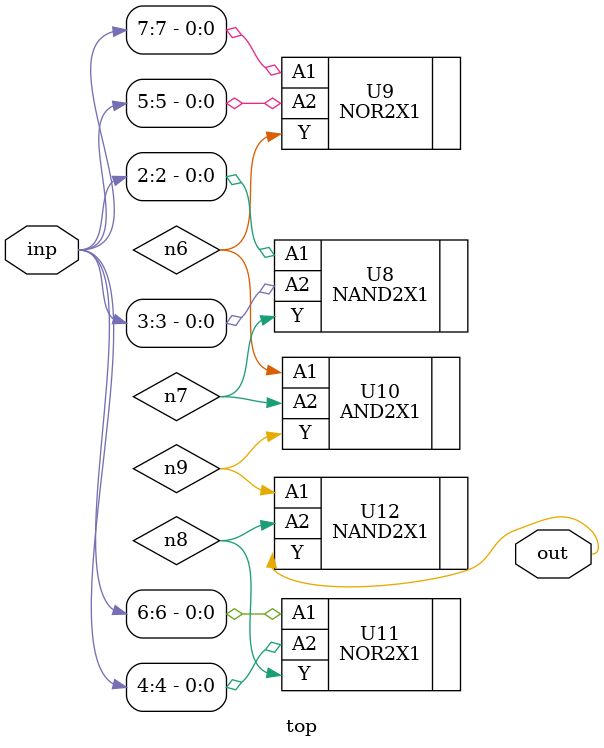
<source format=sv>


module top ( inp, out );
  input [7:0] inp;
  output out;
  wire   n6, n7, n8, n9;

  NAND2X1 U8 ( .A1(inp[2]), .A2(inp[3]), .Y(n7) );
  NOR2X1 U9 ( .A1(inp[7]), .A2(inp[5]), .Y(n6) );
  AND2X1 U10 ( .A1(n6), .A2(n7), .Y(n9) );
  NOR2X1 U11 ( .A1(inp[6]), .A2(inp[4]), .Y(n8) );
  NAND2X1 U12 ( .A1(n9), .A2(n8), .Y(out) );
endmodule


</source>
